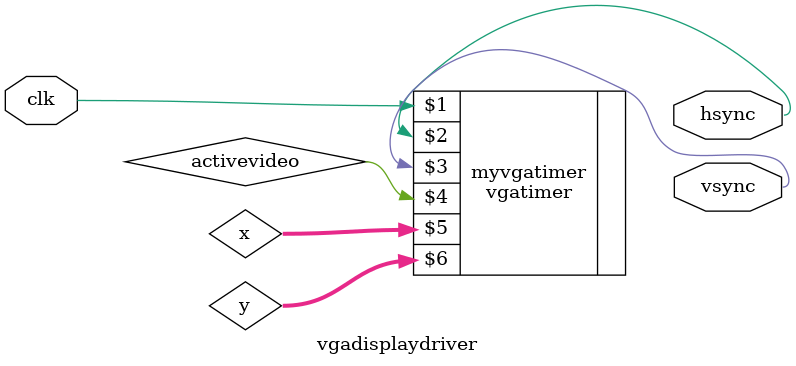
<source format=v>
`timescale 1ns / 1ps

module vgadisplaydriver(
    input clk,
    // output [2:0] red,             // Nexys 3
    // output [2:0] green,           // Nexys 3
    // output [2:1] blue,            // Nexys 3
    // output [3:0] red,             // Nexys 4
    // output [3:0] green,           // Nexys 4
    // output [3:0] blue,            // Nexys 4
    output hsync,
    output vsync
    );

   wire [10:0] x;
   wire [10:0] y;

   vgatimer myvgatimer(clk, hsync, vsync, activevideo, x, y);
   
   // For Nexys 3, use the following for 8-bit color
   assign red[2:0]   = (activevideo == 1) ? x[2:0] : 3'b0;
   assign green[2:0] = (activevideo == 1) ? {x[2:1],y[0]} : 3'b0;
   assign blue[2:1]  = (activevideo == 1) ? y[1:0] : 2'b0;
   
   // For Nexys 4, use the following for 12-bit color
   assign red[3:0]   = (activevideo == 1) ? x[3:0] : 4'b0;
   assign green[3:0] = (activevideo == 1) ? {x[2:1],y[1:0]} : 4'b0;
   assign blue[3:0]  = (activevideo == 1) ? y[3:0] : 4'b0;

endmodule

</source>
